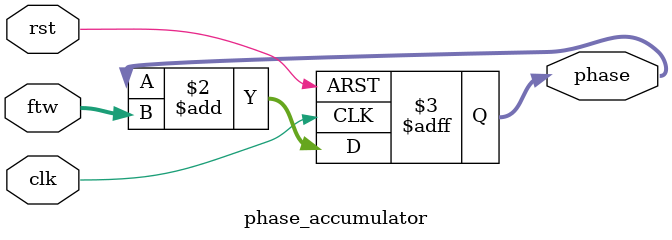
<source format=v>
module phase_accumulator #(
    parameter N = 32
)(
    input  wire               clk,
    input  wire               rst,
    input  wire [N-1:0]       ftw,      // frequency tuning word
    output reg  [N-1:0]       phase
);
    always @(posedge clk or posedge rst) begin
        if (rst)
            phase <= {N{1'b0}};
        else
            phase <= phase + ftw; // естественное переполнение (mod 2^N)
    end
endmodule

</source>
